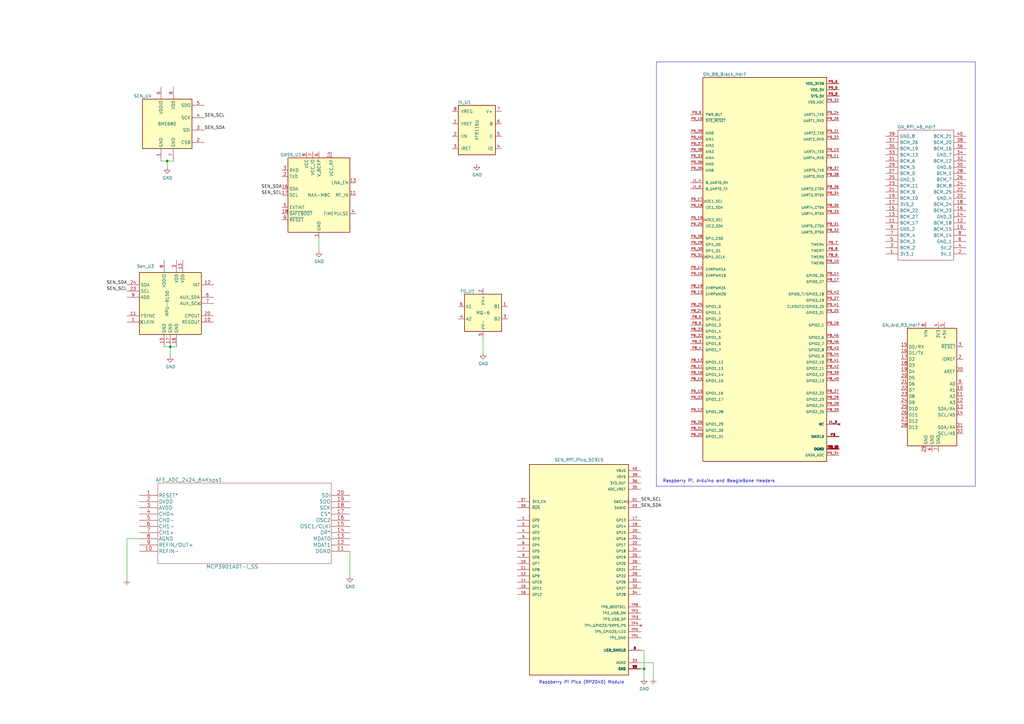
<source format=kicad_sch>
(kicad_sch (version 20230121) (generator eeschema)
  (paper "A3")
  (lib_symbols
    (symbol "FPGAs-Ard_RPi_BB-rescue:BEAGLEBONEBLACK-BEAGLEBONEBLACK" (pin_names (offset 1.016))
      (property "Reference" "U" (at -25.4 79.375 0))
      (property "Value" "BEAGLEBONEBLACK_BEAGLEBONEBLACK" (at -25.4 -81.28 0))
      (symbol "BEAGLEBONEBLACK-BEAGLEBONEBLACK_0_0"
        (rectangle (start -25.4 -78.74) (end 25.4 78.74) (stroke (width 0.254)) (fill (type background)))
        (pin power_in line (at 30.48 -73.66 180) (length 5.08) (name "DGND") (number "J1_1"))
        (pin no_connect line (at 30.48 -63.5 180) (length 5.08) (name "NC") (number "J1_2"))
        (pin no_connect line (at 30.48 -63.5 180) (length 5.08) (name "NC") (number "J1_3"))
        (pin bidirectional line (at -30.48 35.56 0) (length 5.08) (name "B_UART0_RX") (number "J1_4"))
        (pin bidirectional line (at -30.48 33.02 0) (length 5.08) (name "B_UART0_TX") (number "J1_5"))
        (pin no_connect line (at 30.48 -63.5 180) (length 5.08) (name "NC") (number "J1_6"))
        (pin passive line (at 30.48 -68.58 180) (length 5.08) (name "SHIELD") (number "P1"))
        (pin passive line (at 30.48 -68.58 180) (length 5.08) (name "SHIELD") (number "P2"))
        (pin passive line (at 30.48 -68.58 180) (length 5.08) (name "SHIELD") (number "P3"))
        (pin passive line (at 30.48 -68.58 180) (length 5.08) (name "SHIELD") (number "P4"))
        (pin power_in line (at 30.48 -73.66 180) (length 5.08) (name "DGND") (number "P8_1"))
        (pin bidirectional line (at 30.48 2.54 180) (length 5.08) (name "TIMER6") (number "P8_10"))
        (pin bidirectional line (at -30.48 -40.64 0) (length 5.08) (name "GPIO1_13") (number "P8_11"))
        (pin bidirectional line (at -30.48 -38.1 0) (length 5.08) (name "GPIO1_12") (number "P8_12"))
        (pin bidirectional line (at -30.48 -10.16 0) (length 5.08) (name "EHRPWM2B") (number "P8_13"))
        (pin bidirectional line (at 30.48 -2.54 180) (length 5.08) (name "GPIO0_26") (number "P8_14"))
        (pin bidirectional line (at -30.48 -45.72 0) (length 5.08) (name "GPIO1_15") (number "P8_15"))
        (pin bidirectional line (at -30.48 -43.18 0) (length 5.08) (name "GPIO1_14") (number "P8_16"))
        (pin bidirectional line (at 30.48 -5.08 180) (length 5.08) (name "GPIO0_27") (number "P8_17"))
        (pin bidirectional line (at 30.48 -22.86 180) (length 5.08) (name "GPIO2_1") (number "P8_18"))
        (pin bidirectional line (at -30.48 -7.62 0) (length 5.08) (name "EHRPWM2A") (number "P8_19"))
        (pin power_in line (at 30.48 -73.66 180) (length 5.08) (name "DGND") (number "P8_2"))
        (pin bidirectional line (at -30.48 -68.58 0) (length 5.08) (name "GPIO1_31") (number "P8_20"))
        (pin bidirectional line (at -30.48 -66.04 0) (length 5.08) (name "GPIO1_30") (number "P8_21"))
        (pin bidirectional line (at -30.48 -27.94 0) (length 5.08) (name "GPIO1_5") (number "P8_22"))
        (pin bidirectional line (at -30.48 -25.4 0) (length 5.08) (name "GPIO1_4") (number "P8_23"))
        (pin bidirectional line (at -30.48 -17.78 0) (length 5.08) (name "GPIO1_1") (number "P8_24"))
        (pin bidirectional line (at -30.48 -15.24 0) (length 5.08) (name "GPIO1_0") (number "P8_25"))
        (pin bidirectional line (at -30.48 -63.5 0) (length 5.08) (name "GPIO1_29") (number "P8_26"))
        (pin bidirectional line (at 30.48 -50.8 180) (length 5.08) (name "GPIO2_22") (number "P8_27"))
        (pin bidirectional line (at 30.48 -55.88 180) (length 5.08) (name "GPIO2_24") (number "P8_28"))
        (pin bidirectional line (at 30.48 -53.34 180) (length 5.08) (name "GPIO2_23") (number "P8_29"))
        (pin bidirectional line (at -30.48 -30.48 0) (length 5.08) (name "GPIO1_6") (number "P8_3"))
        (pin bidirectional line (at 30.48 -58.42 180) (length 5.08) (name "GPIO2_25") (number "P8_30"))
        (pin bidirectional line (at 30.48 17.78 180) (length 5.08) (name "UART5_CTSN") (number "P8_31"))
        (pin bidirectional line (at 30.48 15.24 180) (length 5.08) (name "UART5_RTSN") (number "P8_32"))
        (pin bidirectional line (at 30.48 22.86 180) (length 5.08) (name "UART4_RTSN") (number "P8_33"))
        (pin bidirectional line (at 30.48 30.48 180) (length 5.08) (name "UART3_RTSN") (number "P8_34"))
        (pin bidirectional line (at 30.48 25.4 180) (length 5.08) (name "UART4_CTSN") (number "P8_35"))
        (pin bidirectional line (at 30.48 33.02 180) (length 5.08) (name "UART3_CTSN") (number "P8_36"))
        (pin bidirectional line (at 30.48 40.64 180) (length 5.08) (name "UART5_TXD") (number "P8_37"))
        (pin bidirectional line (at 30.48 38.1 180) (length 5.08) (name "UART5_RXD") (number "P8_38"))
        (pin bidirectional line (at 30.48 -43.18 180) (length 5.08) (name "GPIO2_12") (number "P8_39"))
        (pin bidirectional line (at -30.48 -33.02 0) (length 5.08) (name "GPIO1_7") (number "P8_4"))
        (pin bidirectional line (at 30.48 -45.72 180) (length 5.08) (name "GPIO2_13") (number "P8_40"))
        (pin bidirectional line (at 30.48 -38.1 180) (length 5.08) (name "GPIO2_10") (number "P8_41"))
        (pin bidirectional line (at 30.48 -40.64 180) (length 5.08) (name "GPIO2_11") (number "P8_42"))
        (pin bidirectional line (at 30.48 -33.02 180) (length 5.08) (name "GPIO2_8") (number "P8_43"))
        (pin bidirectional line (at 30.48 -35.56 180) (length 5.08) (name "GPIO2_9") (number "P8_44"))
        (pin bidirectional line (at 30.48 -27.94 180) (length 5.08) (name "GPIO2_6") (number "P8_45"))
        (pin bidirectional line (at 30.48 -30.48 180) (length 5.08) (name "GPIO2_7") (number "P8_46"))
        (pin bidirectional line (at -30.48 -20.32 0) (length 5.08) (name "GPIO1_2") (number "P8_5"))
        (pin bidirectional line (at -30.48 -22.86 0) (length 5.08) (name "GPIO1_3") (number "P8_6"))
        (pin bidirectional line (at 30.48 10.16 180) (length 5.08) (name "TIMER4") (number "P8_7"))
        (pin bidirectional line (at 30.48 7.62 180) (length 5.08) (name "TIMER7") (number "P8_8"))
        (pin bidirectional line (at 30.48 5.08 180) (length 5.08) (name "TIMER5") (number "P8_9"))
        (pin power_in line (at 30.48 -73.66 180) (length 5.08) (name "DGND") (number "P9_1"))
        (pin input line (at -30.48 60.96 0) (length 5.08) (name "~{SYS_RESET}") (number "P9_10"))
        (pin bidirectional line (at 30.48 45.72 180) (length 5.08) (name "UART4_RXD") (number "P9_11"))
        (pin bidirectional line (at -30.48 -58.42 0) (length 5.08) (name "GPIO1_28") (number "P9_12"))
        (pin bidirectional line (at 30.48 48.26 180) (length 5.08) (name "UART4_TXD") (number "P9_13"))
        (pin bidirectional line (at -30.48 0 0) (length 5.08) (name "EHRPWM1A") (number "P9_14"))
        (pin bidirectional line (at -30.48 -50.8 0) (length 5.08) (name "GPIO1_16") (number "P9_15"))
        (pin bidirectional line (at -30.48 -2.54 0) (length 5.08) (name "EHRPWM1B") (number "P9_16"))
        (pin bidirectional clock (at -30.48 27.94 0) (length 5.08) (name "I2C1_SCL") (number "P9_17"))
        (pin bidirectional line (at -30.48 25.4 0) (length 5.08) (name "I2C1_SDA") (number "P9_18"))
        (pin bidirectional clock (at -30.48 20.32 0) (length 5.08) (name "I2C2_SCL") (number "P9_19"))
        (pin power_in line (at 30.48 -73.66 180) (length 5.08) (name "DGND") (number "P9_2"))
        (pin bidirectional line (at -30.48 17.78 0) (length 5.08) (name "I2C2_SDA") (number "P9_20"))
        (pin bidirectional line (at 30.48 55.88 180) (length 5.08) (name "UART2_TXD") (number "P9_21"))
        (pin bidirectional line (at 30.48 53.34 180) (length 5.08) (name "UART2_RXD") (number "P9_22"))
        (pin bidirectional line (at -30.48 -53.34 0) (length 5.08) (name "GPIO1_17") (number "P9_23"))
        (pin bidirectional line (at 30.48 63.5 180) (length 5.08) (name "UART1_TXD") (number "P9_24"))
        (pin bidirectional line (at 30.48 -17.78 180) (length 5.08) (name "GPIO3_21") (number "P9_25"))
        (pin bidirectional line (at 30.48 60.96 180) (length 5.08) (name "UART1_RXD") (number "P9_26"))
        (pin bidirectional line (at 30.48 -12.7 180) (length 5.08) (name "GPIO3_19") (number "P9_27"))
        (pin bidirectional line (at -30.48 12.7 0) (length 5.08) (name "SPI1_CS0") (number "P9_28"))
        (pin bidirectional line (at -30.48 10.16 0) (length 5.08) (name "SPI1_D0") (number "P9_29"))
        (pin power_in line (at 30.48 76.2 180) (length 5.08) (name "VDD_3V3B") (number "P9_3"))
        (pin bidirectional line (at -30.48 7.62 0) (length 5.08) (name "SPI1_D1") (number "P9_30"))
        (pin bidirectional clock (at -30.48 5.08 0) (length 5.08) (name "SPI1_SCLK") (number "P9_31"))
        (pin power_in line (at 30.48 68.58 180) (length 5.08) (name "VDD_ADC") (number "P9_32"))
        (pin input line (at -30.48 45.72 0) (length 5.08) (name "AIN4") (number "P9_33"))
        (pin power_in line (at 30.48 -76.2 180) (length 5.08) (name "GNDA_ADC") (number "P9_34"))
        (pin input line (at -30.48 40.64 0) (length 5.08) (name "AIN6") (number "P9_35"))
        (pin input line (at -30.48 43.18 0) (length 5.08) (name "AIN5") (number "P9_36"))
        (pin input line (at -30.48 50.8 0) (length 5.08) (name "AIN2") (number "P9_37"))
        (pin input line (at -30.48 48.26 0) (length 5.08) (name "AIN3") (number "P9_38"))
        (pin input line (at -30.48 55.88 0) (length 5.08) (name "AIN0") (number "P9_39"))
        (pin power_in line (at 30.48 76.2 180) (length 5.08) (name "VDD_3V3B") (number "P9_4"))
        (pin input line (at -30.48 53.34 0) (length 5.08) (name "AIN1") (number "P9_40"))
        (pin bidirectional line (at 30.48 -15.24 180) (length 5.08) (name "CLKOUT2/GPIO3_20") (number "P9_41"))
        (pin bidirectional line (at 30.48 -10.16 180) (length 5.08) (name "GPIO0_7/GPIO3_18") (number "P9_42"))
        (pin power_in line (at 30.48 -73.66 180) (length 5.08) (name "DGND") (number "P9_43"))
        (pin power_in line (at 30.48 -73.66 180) (length 5.08) (name "DGND") (number "P9_44"))
        (pin power_in line (at 30.48 -73.66 180) (length 5.08) (name "DGND") (number "P9_45"))
        (pin power_in line (at 30.48 -73.66 180) (length 5.08) (name "DGND") (number "P9_46"))
        (pin power_in line (at 30.48 73.66 180) (length 5.08) (name "VDD_5V") (number "P9_5"))
        (pin power_in line (at 30.48 73.66 180) (length 5.08) (name "VDD_5V") (number "P9_6"))
        (pin power_in line (at 30.48 71.12 180) (length 5.08) (name "SYS_5V") (number "P9_7"))
        (pin power_in line (at 30.48 71.12 180) (length 5.08) (name "SYS_5V") (number "P9_8"))
        (pin input line (at -30.48 63.5 0) (length 5.08) (name "PWR_BUT") (number "P9_9"))
      )
    )
    (symbol "FPGAs-Ard_RPi_BB-rescue:MPU-9150-Sensor_Motion"
      (property "Reference" "U" (at -11.43 13.97 0))
      (property "Value" "Sensor_Motion_MPU-9150" (at 8.89 -13.97 0))
      (symbol "MPU-9150-Sensor_Motion_0_1"
        (rectangle (start -12.7 12.7) (end 12.7 -12.7) (stroke (width 0.254)) (fill (type background)))
      )
      (symbol "MPU-9150-Sensor_Motion_1_1"
        (pin input clock (at -17.78 -7.62 0) (length 5.08) (name "CLKIN") (number "1"))
        (pin passive line (at 17.78 -7.62 180) (length 5.08) (name "REGOUT") (number "10"))
        (pin input line (at -17.78 -5.08 0) (length 5.08) (name "FSYNC") (number "11"))
        (pin output line (at 17.78 7.62 180) (length 5.08) (name "INT") (number "12"))
        (pin power_in line (at 5.08 17.78 270) (length 5.08) (name "VDD") (number "13"))
        (pin power_in line (at -2.54 -17.78 90) (length 5.08) (name "GND") (number "15"))
        (pin power_in line (at 0 -17.78 90) (length 5.08) (name "GND") (number "17"))
        (pin power_in line (at 2.54 -17.78 90) (length 5.08) (name "GND") (number "18"))
        (pin passive line (at 17.78 -5.08 180) (length 5.08) (name "CPOUT") (number "20"))
        (pin input line (at -17.78 5.08 0) (length 5.08) (name "SCL") (number "23"))
        (pin bidirectional line (at -17.78 7.62 0) (length 5.08) (name "SDA") (number "24"))
        (pin power_in line (at 2.54 17.78 270) (length 5.08) (name "VDD") (number "3"))
        (pin bidirectional line (at 17.78 2.54 180) (length 5.08) (name "AUX_SDA") (number "6"))
        (pin output clock (at 17.78 0 180) (length 5.08) (name "AUX_SCL") (number "7"))
        (pin power_in line (at -2.54 17.78 270) (length 5.08) (name "VDDIO") (number "8"))
        (pin input line (at -17.78 2.54 0) (length 5.08) (name "AD0") (number "9"))
      )
    )
    (symbol "FPGAs-Ard_RPi_BB-rescue:RASPBERRY_PI_4B_+_Samtec_ESP-120-33-G-D-RASPBERRY_PI_4B_+_Samtec_ESP-1" (pin_names (offset 0.762))
      (property "Reference" "J" (at 29.21 7.62 0))
      (property "Value" "RASPBERRY_PI_4B_+_Samtec_ESP-1_RASPBERRY_PI_4B_+_Samtec_ESP-120-33-G-D" (at 29.21 5.08 0))
      (symbol "RASPBERRY_PI_4B_+_Samtec_ESP-120-33-G-D-RASPBERRY_PI_4B_+_Samtec_ESP-1_0_0"
        (pin power_in line (at 0 -48.26 0) (length 5.08) (name "3V3_1") (number "1"))
        (pin passive line (at 33.02 -38.1 180) (length 5.08) (name "BCM_15") (number "10"))
        (pin passive line (at 0 -35.56 0) (length 5.08) (name "BCM_17") (number "11"))
        (pin passive line (at 33.02 -35.56 180) (length 5.08) (name "BCM_18") (number "12"))
        (pin passive line (at 0 -33.02 0) (length 5.08) (name "BCM_27") (number "13"))
        (pin power_in line (at 33.02 -33.02 180) (length 5.08) (name "GND_3") (number "14"))
        (pin passive line (at 0 -30.48 0) (length 5.08) (name "BCM_22") (number "15"))
        (pin passive line (at 33.02 -30.48 180) (length 5.08) (name "BCM_23") (number "16"))
        (pin power_in line (at 0 -27.94 0) (length 5.08) (name "3V3_2") (number "17"))
        (pin passive line (at 33.02 -27.94 180) (length 5.08) (name "BCM_24") (number "18"))
        (pin passive line (at 0 -25.4 0) (length 5.08) (name "BCM_10") (number "19"))
        (pin power_in line (at 33.02 -48.26 180) (length 5.08) (name "5V_1") (number "2"))
        (pin power_in line (at 33.02 -25.4 180) (length 5.08) (name "GND_4") (number "20"))
        (pin passive line (at 0 -22.86 0) (length 5.08) (name "BCM_9") (number "21"))
        (pin passive line (at 33.02 -22.86 180) (length 5.08) (name "BCM_25") (number "22"))
        (pin passive line (at 0 -20.32 0) (length 5.08) (name "BCM_11") (number "23"))
        (pin passive line (at 33.02 -20.32 180) (length 5.08) (name "BCM_8") (number "24"))
        (pin power_in line (at 0 -17.78 0) (length 5.08) (name "GND_5") (number "25"))
        (pin passive line (at 33.02 -17.78 180) (length 5.08) (name "BCM_7") (number "26"))
        (pin passive line (at 0 -15.24 0) (length 5.08) (name "BCM_0") (number "27"))
        (pin passive line (at 33.02 -15.24 180) (length 5.08) (name "BCM_1") (number "28"))
        (pin passive line (at 0 -12.7 0) (length 5.08) (name "BCM_5") (number "29"))
        (pin passive line (at 0 -45.72 0) (length 5.08) (name "BCM_2") (number "3"))
        (pin power_in line (at 33.02 -12.7 180) (length 5.08) (name "GND_6") (number "30"))
        (pin passive line (at 0 -10.16 0) (length 5.08) (name "BCM_6") (number "31"))
        (pin passive line (at 33.02 -10.16 180) (length 5.08) (name "BCM_12") (number "32"))
        (pin passive line (at 0 -7.62 0) (length 5.08) (name "BCM_13") (number "33"))
        (pin power_in line (at 33.02 -7.62 180) (length 5.08) (name "GND_7") (number "34"))
        (pin passive line (at 0 -5.08 0) (length 5.08) (name "BCM_19") (number "35"))
        (pin passive line (at 33.02 -5.08 180) (length 5.08) (name "BCM_16") (number "36"))
        (pin passive line (at 0 -2.54 0) (length 5.08) (name "BCM_26") (number "37"))
        (pin passive line (at 33.02 -2.54 180) (length 5.08) (name "BCM_20") (number "38"))
        (pin power_in line (at 0 0 0) (length 5.08) (name "GND_8") (number "39"))
        (pin power_in line (at 33.02 -45.72 180) (length 5.08) (name "5V_2") (number "4"))
        (pin passive line (at 33.02 0 180) (length 5.08) (name "BCM_21") (number "40"))
        (pin passive line (at 0 -43.18 0) (length 5.08) (name "BCM_3") (number "5"))
        (pin power_in line (at 33.02 -43.18 180) (length 5.08) (name "GND_1") (number "6"))
        (pin passive line (at 0 -40.64 0) (length 5.08) (name "BCM_4") (number "7"))
        (pin passive line (at 33.02 -40.64 180) (length 5.08) (name "BCM_14") (number "8"))
        (pin power_in line (at 0 -38.1 0) (length 5.08) (name "GND_2") (number "9"))
      )
      (symbol "RASPBERRY_PI_4B_+_Samtec_ESP-120-33-G-D-RASPBERRY_PI_4B_+_Samtec_ESP-1_0_1"
        (polyline (pts (xy 5.08 2.54) (xy 27.94 2.54) (xy 27.94 -50.8) (xy 5.08 -50.8) (xy 5.08 2.54)) (stroke (width 0.1524)))
      )
    )
    (symbol "FPGAs-Ard_RPi_BB-rescue:SC0915-SC0915" (pin_names (offset 1.016))
      (property "Reference" "U" (at -20.32 44.069 0))
      (property "Value" "SC0915_SC0915" (at -20.32 -45.72 0))
      (symbol "SC0915-SC0915_0_0"
        (rectangle (start -20.32 -43.18) (end 20.32 43.18) (stroke (width 0.254)) (fill (type background)))
        (pin bidirectional line (at -25.4 20.32 0) (length 5.08) (name "GP0") (number "1"))
        (pin bidirectional line (at -25.4 2.54 0) (length 5.08) (name "GP7") (number "10"))
        (pin bidirectional line (at -25.4 0 0) (length 5.08) (name "GP8") (number "11"))
        (pin bidirectional line (at -25.4 -2.54 0) (length 5.08) (name "GP9") (number "12"))
        (pin power_in line (at 25.4 -40.64 180) (length 5.08) (name "GND") (number "13"))
        (pin bidirectional line (at -25.4 -5.08 0) (length 5.08) (name "GP10") (number "14"))
        (pin bidirectional line (at -25.4 -7.62 0) (length 5.08) (name "GP11") (number "15"))
        (pin bidirectional line (at -25.4 -10.16 0) (length 5.08) (name "GP12") (number "16"))
        (pin bidirectional line (at 25.4 20.32 180) (length 5.08) (name "GP13") (number "17"))
        (pin power_in line (at 25.4 -40.64 180) (length 5.08) (name "GND") (number "18"))
        (pin bidirectional line (at 25.4 17.78 180) (length 5.08) (name "GP14") (number "19"))
        (pin bidirectional line (at -25.4 17.78 0) (length 5.08) (name "GP1") (number "2"))
        (pin bidirectional line (at 25.4 15.24 180) (length 5.08) (name "GP15") (number "20"))
        (pin bidirectional line (at 25.4 12.7 180) (length 5.08) (name "GP16") (number "21"))
        (pin bidirectional line (at 25.4 10.16 180) (length 5.08) (name "GP17") (number "22"))
        (pin power_in line (at 25.4 -40.64 180) (length 5.08) (name "GND") (number "23"))
        (pin bidirectional line (at 25.4 7.62 180) (length 5.08) (name "GP18") (number "24"))
        (pin bidirectional line (at 25.4 5.08 180) (length 5.08) (name "GP19") (number "25"))
        (pin bidirectional line (at 25.4 2.54 180) (length 5.08) (name "GP20") (number "26"))
        (pin bidirectional line (at 25.4 0 180) (length 5.08) (name "GP21") (number "27"))
        (pin power_in line (at 25.4 -40.64 180) (length 5.08) (name "GND") (number "28"))
        (pin bidirectional line (at 25.4 -2.54 180) (length 5.08) (name "GP22") (number "29"))
        (pin power_in line (at 25.4 -40.64 180) (length 5.08) (name "GND") (number "3"))
        (pin input line (at -25.4 25.4 0) (length 5.08) (name "~{RUN}") (number "30"))
        (pin bidirectional line (at 25.4 -5.08 180) (length 5.08) (name "GP26") (number "31"))
        (pin bidirectional line (at 25.4 -7.62 180) (length 5.08) (name "GP27") (number "32"))
        (pin power_in line (at 25.4 -38.1 180) (length 5.08) (name "AGND") (number "33"))
        (pin bidirectional line (at 25.4 -10.16 180) (length 5.08) (name "GP28") (number "34"))
        (pin power_in line (at 25.4 33.02 180) (length 5.08) (name "ADC_VREF") (number "35"))
        (pin power_in line (at 25.4 35.56 180) (length 5.08) (name "3V3_OUT") (number "36"))
        (pin input line (at -25.4 27.94 0) (length 5.08) (name "3V3_EN") (number "37"))
        (pin power_in line (at 25.4 -40.64 180) (length 5.08) (name "GND") (number "38"))
        (pin power_in line (at 25.4 38.1 180) (length 5.08) (name "VSYS") (number "39"))
        (pin bidirectional line (at -25.4 15.24 0) (length 5.08) (name "GP2") (number "4"))
        (pin power_in line (at 25.4 40.64 180) (length 5.08) (name "VBUS") (number "40"))
        (pin bidirectional line (at -25.4 12.7 0) (length 5.08) (name "GP3") (number "5"))
        (pin bidirectional line (at -25.4 10.16 0) (length 5.08) (name "GP4") (number "6"))
        (pin bidirectional line (at -25.4 7.62 0) (length 5.08) (name "GP5") (number "7"))
        (pin power_in line (at 25.4 -40.64 180) (length 5.08) (name "GND") (number "8"))
        (pin bidirectional line (at -25.4 5.08 0) (length 5.08) (name "GP6") (number "9"))
        (pin power_in line (at 25.4 -33.02 180) (length 5.08) (name "USB_SHIELD") (number "A"))
        (pin power_in line (at 25.4 -33.02 180) (length 5.08) (name "USB_SHIELD") (number "B"))
        (pin power_in line (at 25.4 -33.02 180) (length 5.08) (name "USB_SHIELD") (number "C"))
        (pin power_in line (at 25.4 -33.02 180) (length 5.08) (name "USB_SHIELD") (number "D"))
        (pin input clock (at 25.4 27.94 180) (length 5.08) (name "SWCLK") (number "D1"))
        (pin power_in line (at 25.4 -40.64 180) (length 5.08) (name "GND") (number "D2"))
        (pin bidirectional line (at 25.4 25.4 180) (length 5.08) (name "SWDIO") (number "D3"))
        (pin power_in line (at 25.4 -27.94 180) (length 5.08) (name "TP1_GND") (number "TP1"))
        (pin bidirectional line (at 25.4 -17.78 180) (length 5.08) (name "TP2_USB_DM") (number "TP2"))
        (pin bidirectional line (at 25.4 -20.32 180) (length 5.08) (name "TP3_USB_DP") (number "TP3"))
        (pin no_connect line (at 25.4 -22.86 180) (length 5.08) (name "TP4_GPIO23/SMPS_PS") (number "TP4"))
        (pin output line (at 25.4 -25.4 180) (length 5.08) (name "TP5_GPIO25/LED") (number "TP5"))
        (pin input line (at 25.4 -15.24 180) (length 5.08) (name "TP6_BOOTSEL") (number "TP6"))
      )
    )
    (symbol "Interface_CurrentLoop:XTR116U" (pin_names (offset 1.016))
      (property "Reference" "U" (at -7.62 13.97 0))
      (property "Value" "XTR116U" (at 1.27 13.97 0))
      (symbol "XTR116U_0_1"
        (rectangle (start -7.62 12.7) (end 7.62 -7.62) (stroke (width 0.254)) (fill (type background)))
      )
      (symbol "XTR116U_1_1"
        (pin output line (at -10.16 5.08 0) (length 2.54) (name "VREF") (number "1"))
        (pin input line (at -10.16 0 0) (length 2.54) (name "IIN") (number "2"))
        (pin input line (at -10.16 -5.08 0) (length 2.54) (name "IRET") (number "3"))
        (pin passive line (at 10.16 -5.08 180) (length 2.54) (name "IO") (number "4"))
        (pin passive line (at 10.16 0 180) (length 2.54) (name "E") (number "5"))
        (pin output line (at 10.16 5.08 180) (length 2.54) (name "B") (number "6"))
        (pin output line (at 10.16 10.16 180) (length 2.54) (name "V+") (number "7"))
        (pin output line (at -10.16 10.16 0) (length 2.54) (name "VREG") (number "8"))
      )
    )
    (symbol "MCU_Module:Arduino_UNO_R3"
      (property "Reference" "A" (at -10.16 23.495 0))
      (property "Value" "Arduino_UNO_R3" (at 5.08 -26.67 0))
      (symbol "Arduino_UNO_R3_0_1"
        (rectangle (start -10.16 22.86) (end 10.16 -25.4) (stroke (width 0.254)) (fill (type background)))
      )
      (symbol "Arduino_UNO_R3_1_1"
        (pin no_connect line (at -10.16 -20.32 0) (length 2.54) hide (name "NC") (number "1"))
        (pin bidirectional line (at 12.7 -2.54 180) (length 2.54) (name "A1") (number "10"))
        (pin bidirectional line (at 12.7 -5.08 180) (length 2.54) (name "A2") (number "11"))
        (pin bidirectional line (at 12.7 -7.62 180) (length 2.54) (name "A3") (number "12"))
        (pin bidirectional line (at 12.7 -10.16 180) (length 2.54) (name "SDA/A4") (number "13"))
        (pin bidirectional line (at 12.7 -12.7 180) (length 2.54) (name "SCL/A5") (number "14"))
        (pin bidirectional line (at -12.7 15.24 0) (length 2.54) (name "D0/RX") (number "15"))
        (pin bidirectional line (at -12.7 12.7 0) (length 2.54) (name "D1/TX") (number "16"))
        (pin bidirectional line (at -12.7 10.16 0) (length 2.54) (name "D2") (number "17"))
        (pin bidirectional line (at -12.7 7.62 0) (length 2.54) (name "D3") (number "18"))
        (pin bidirectional line (at -12.7 5.08 0) (length 2.54) (name "D4") (number "19"))
        (pin output line (at 12.7 10.16 180) (length 2.54) (name "IOREF") (number "2"))
        (pin bidirectional line (at -12.7 2.54 0) (length 2.54) (name "D5") (number "20"))
        (pin bidirectional line (at -12.7 0 0) (length 2.54) (name "D6") (number "21"))
        (pin bidirectional line (at -12.7 -2.54 0) (length 2.54) (name "D7") (number "22"))
        (pin bidirectional line (at -12.7 -5.08 0) (length 2.54) (name "D8") (number "23"))
        (pin bidirectional line (at -12.7 -7.62 0) (length 2.54) (name "D9") (number "24"))
        (pin bidirectional line (at -12.7 -10.16 0) (length 2.54) (name "D10") (number "25"))
        (pin bidirectional line (at -12.7 -12.7 0) (length 2.54) (name "D11") (number "26"))
        (pin bidirectional line (at -12.7 -15.24 0) (length 2.54) (name "D12") (number "27"))
        (pin bidirectional line (at -12.7 -17.78 0) (length 2.54) (name "D13") (number "28"))
        (pin power_in line (at -2.54 -27.94 90) (length 2.54) (name "GND") (number "29"))
        (pin input line (at 12.7 15.24 180) (length 2.54) (name "~{RESET}") (number "3"))
        (pin input line (at 12.7 5.08 180) (length 2.54) (name "AREF") (number "30"))
        (pin bidirectional line (at 12.7 -17.78 180) (length 2.54) (name "SDA/A4") (number "31"))
        (pin bidirectional line (at 12.7 -20.32 180) (length 2.54) (name "SCL/A5") (number "32"))
        (pin power_out line (at 2.54 25.4 270) (length 2.54) (name "3V3") (number "4"))
        (pin power_out line (at 5.08 25.4 270) (length 2.54) (name "+5V") (number "5"))
        (pin power_in line (at 0 -27.94 90) (length 2.54) (name "GND") (number "6"))
        (pin power_in line (at 2.54 -27.94 90) (length 2.54) (name "GND") (number "7"))
        (pin power_in line (at -2.54 25.4 270) (length 2.54) (name "VIN") (number "8"))
        (pin bidirectional line (at 12.7 0 180) (length 2.54) (name "A0") (number "9"))
      )
    )
    (symbol "RF_GPS:MAX-M8C"
      (property "Reference" "U" (at -10.16 16.51 0))
      (property "Value" "MAX-M8C" (at 11.43 16.51 0))
      (symbol "MAX-M8C_0_1"
        (rectangle (start 12.7 15.24) (end -12.7 -15.24) (stroke (width 0.254)) (fill (type background)))
      )
      (symbol "MAX-M8C_1_1"
        (pin power_in line (at 0 -17.78 90) (length 2.54) (name "GND") (number "1"))
        (pin passive line (at 0 -17.78 90) (length 2.54) hide (name "GND") (number "10"))
        (pin input line (at 15.24 0 180) (length 2.54) (name "RF_IN") (number "11"))
        (pin passive line (at 0 -17.78 90) (length 2.54) hide (name "GND") (number "12"))
        (pin output line (at 15.24 5.08 180) (length 2.54) (name "LNA_EN") (number "13"))
        (pin power_out line (at 5.08 17.78 270) (length 2.54) (name "VCC_RF") (number "14"))
        (pin no_connect line (at 12.7 -5.08 180) (length 2.54) hide (name "Reserved") (number "15"))
        (pin bidirectional line (at -15.24 2.54 0) (length 2.54) (name "SDA") (number "16"))
        (pin input line (at -15.24 0 0) (length 2.54) (name "SCL") (number "17"))
        (pin input line (at -15.24 -7.62 0) (length 2.54) (name "~{SAFEBOOT}") (number "18"))
        (pin output line (at -15.24 7.62 0) (length 2.54) (name "TXD") (number "2"))
        (pin input line (at -15.24 10.16 0) (length 2.54) (name "RXD") (number "3"))
        (pin output line (at 15.24 -7.62 180) (length 2.54) (name "TIMEPULSE") (number "4"))
        (pin input line (at -15.24 -5.08 0) (length 2.54) (name "EXTINT") (number "5"))
        (pin power_in line (at 0 17.78 270) (length 2.54) (name "V_BCKP") (number "6"))
        (pin power_in line (at -2.54 17.78 270) (length 2.54) (name "VCC_IO") (number "7"))
        (pin power_in line (at -5.08 17.78 270) (length 2.54) (name "VCC") (number "8"))
        (pin input line (at -15.24 -10.16 0) (length 2.54) (name "~{RESET}") (number "9"))
      )
    )
    (symbol "Sensor:BME680"
      (property "Reference" "U" (at -8.89 11.43 0))
      (property "Value" "BME680" (at 7.62 11.43 0))
      (symbol "BME680_0_1"
        (rectangle (start -10.16 10.16) (end 10.16 -10.16) (stroke (width 0.254)) (fill (type background)))
      )
      (symbol "BME680_1_1"
        (pin power_in line (at -2.54 -15.24 90) (length 5.08) (name "GND") (number "1"))
        (pin input line (at 15.24 -7.62 180) (length 5.08) (name "CSB") (number "2"))
        (pin bidirectional line (at 15.24 -2.54 180) (length 5.08) (name "SDI") (number "3"))
        (pin input line (at 15.24 2.54 180) (length 5.08) (name "SCK") (number "4"))
        (pin bidirectional line (at 15.24 7.62 180) (length 5.08) (name "SDO") (number "5"))
        (pin power_in line (at -2.54 15.24 270) (length 5.08) (name "VDDIO") (number "6"))
        (pin power_in line (at 2.54 -15.24 90) (length 5.08) (name "GND") (number "7"))
        (pin power_in line (at 2.54 15.24 270) (length 5.08) (name "VDD") (number "8"))
      )
    )
    (symbol "Sensor_Gas:MQ-6"
      (property "Reference" "U" (at -6.35 8.89 0))
      (property "Value" "MQ-6" (at 3.81 8.89 0))
      (symbol "MQ-6_0_1"
        (rectangle (start -7.62 7.62) (end 7.62 -7.62) (stroke (width 0.254)) (fill (type background)))
      )
      (symbol "MQ-6_1_1"
        (pin passive line (at 10.16 2.54 180) (length 2.54) (name "B1") (number "1"))
        (pin power_in line (at 0 10.16 270) (length 2.54) (name "VH+") (number "2"))
        (pin passive line (at 10.16 -2.54 180) (length 2.54) (name "B2") (number "3"))
        (pin passive line (at -10.16 -2.54 0) (length 2.54) (name "A2") (number "4"))
        (pin power_in line (at 0 -10.16 90) (length 2.54) (name "VH-") (number "5"))
        (pin passive line (at -10.16 2.54 0) (length 2.54) (name "A1") (number "6"))
      )
    )
    (symbol "power:Earth" (power) (pin_names (offset 0))
      (symbol "Earth_0_1"
        (polyline (pts (xy -0.635 -1.905) (xy 0.635 -1.905)))
        (polyline (pts (xy -0.127 -2.54) (xy 0.127 -2.54)))
        (polyline (pts (xy 0 -1.27) (xy 0 0)))
        (polyline (pts (xy 1.27 -1.27) (xy -1.27 -1.27)))
      )
      (symbol "Earth_1_1"
        (pin power_in line (at 0 0 270) (length 0) hide (name "Earth") (number "1"))
      )
    )
    (symbol "power:GND" (power) (pin_names (offset 0))
      (property "Value" "GND" (at 0 -3.81 0))
      (symbol "GND_0_1"
        (polyline (pts (xy 0 0) (xy 0 -1.27) (xy 1.27 -1.27) (xy 0 -2.54) (xy -1.27 -1.27) (xy 0 -1.27)))
      )
      (symbol "GND_1_1"
        (pin power_in line (at 0 0 270) (length 0) hide (name "GND") (number "1"))
      )
    )
    (symbol "ul_MCP3901A0T-I-SS:MCP3901A0T-I_SS" (pin_names (offset 0.254))
      (property "Reference" "U" (at 43.18 10.16 0))
      (property "Value" "MCP3901A0T-I_SS" (at 43.18 7.62 0))
      (symbol "MCP3901A0T-I_SS_1_1"
        (polyline (pts (xy 7.62 -27.94) (xy 78.74 -27.94)) (stroke (width 0.127)))
        (polyline (pts (xy 7.62 5.08) (xy 7.62 -27.94)) (stroke (width 0.127)))
        (polyline (pts (xy 78.74 -27.94) (xy 78.74 5.08)) (stroke (width 0.127)))
        (polyline (pts (xy 78.74 5.08) (xy 7.62 5.08)) (stroke (width 0.127)))
        (pin input line (at 0 0 0) (length 7.62) (name "RESET*") (number "1"))
        (pin input line (at 0 -22.86 0) (length 7.62) (name "REFIN-") (number "10"))
        (pin power_in line (at 86.36 -22.86 180) (length 7.62) (name "DGND") (number "11"))
        (pin output line (at 86.36 -20.32 180) (length 7.62) (name "MDAT1") (number "12"))
        (pin output line (at 86.36 -17.78 180) (length 7.62) (name "MDAT0") (number "13"))
        (pin output line (at 86.36 -15.24 180) (length 7.62) (name "DR*") (number "14"))
        (pin input line (at 86.36 -12.7 180) (length 7.62) (name "OSC1/CLKI") (number "15"))
        (pin input line (at 86.36 -10.16 180) (length 7.62) (name "OSC2") (number "16"))
        (pin input line (at 86.36 -7.62 180) (length 7.62) (name "CS*") (number "17"))
        (pin input line (at 86.36 -5.08 180) (length 7.62) (name "SCK") (number "18"))
        (pin output line (at 86.36 -2.54 180) (length 7.62) (name "SDO") (number "19"))
        (pin power_in line (at 0 -2.54 0) (length 7.62) (name "DVDD") (number "2"))
        (pin input line (at 86.36 0 180) (length 7.62) (name "SDI") (number "20"))
        (pin power_in line (at 0 -5.08 0) (length 7.62) (name "AVDD") (number "3"))
        (pin input line (at 0 -7.62 0) (length 7.62) (name "CH0+") (number "4"))
        (pin input line (at 0 -10.16 0) (length 7.62) (name "CH0-") (number "5"))
        (pin input line (at 0 -12.7 0) (length 7.62) (name "CH1-") (number "6"))
        (pin input line (at 0 -15.24 0) (length 7.62) (name "CH1+") (number "7"))
        (pin power_in line (at 0 -17.78 0) (length 7.62) (name "AGND") (number "8"))
        (pin bidirectional line (at 0 -20.32 0) (length 7.62) (name "REFIN/OUT+") (number "9"))
      )
    )
  )
  (junction (at 68.58 66.04))
  (junction (at 264.16 274.32))
  (junction (at 69.85 142.24))
  (wire (pts (xy 264.16 266.7) (xy 264.16 274.32)))
  (wire (pts (xy 198.12 138.43) (xy 198.12 144.78)))
  (wire (pts (xy 262.89 266.7) (xy 264.16 266.7)))
  (wire (pts (xy 262.89 274.32) (xy 264.16 274.32)))
  (wire (pts (xy 68.58 68.58) (xy 68.58 66.04)))
  (wire (pts (xy 57.15 220.98) (xy 52.07 220.98)))
  (wire (pts (xy 262.89 271.78) (xy 267.97 271.78)))
  (wire (pts (xy 68.58 66.04) (xy 71.12 66.04)))
  (polyline (pts (xy 269.24 25.4) (xy 400.05 25.4)))
  (wire (pts (xy 130.81 97.79) (xy 130.81 102.87)))
  (wire (pts (xy 66.04 66.04) (xy 68.58 66.04)))
  (wire (pts (xy 52.07 220.98) (xy 52.07 237.49)))
  (wire (pts (xy 69.85 142.24) (xy 69.85 146.05)))
  (wire (pts (xy 69.85 142.24) (xy 72.39 142.24)))
  (wire (pts (xy 143.51 226.06) (xy 143.51 236.22)))
  (polyline (pts (xy 400.05 25.4) (xy 400.05 199.39)))
  (wire (pts (xy 67.31 142.24) (xy 69.85 142.24)))
  (polyline (pts (xy 400.05 199.39) (xy 269.24 199.39)))
  (polyline (pts (xy 269.24 199.39) (xy 269.24 25.4)))
  (wire (pts (xy 267.97 271.78) (xy 267.97 278.13)))
  (wire (pts (xy 264.16 274.32) (xy 264.16 278.13)))
  (text "Raspberry Pi, Arduino and BeagleBone Headers" (at 271.78 198.12 0) (effects (font (size 1.27 1.27)) (justify left bottom)))
  (text "Raspberry Pi Pico (RP2040) Module\n" (at 220.98 280.67 0) (effects (font (size 1.27 1.27)) (justify left bottom)))
  (label "SEN_SCL" (at 83.82 48.26 0))
  (label "SEN_SDA" (at 52.07 116.84 180))
  (label "SEN_SCL" (at 115.57 80.01 180))
  (label "SEN_SDA" (at 262.89 208.28 0))
  (label "SEN_SCL" (at 262.89 205.74 0))
  (label "SEN_SCL" (at 52.07 119.38 180))
  (label "SEN_SDA" (at 115.57 77.47 180))
  (label "SEN_SDA" (at 83.82 53.34 0))
  (symbol (lib_id "Sensor:BME680") (at 68.58 50.8 0) (unit 1)
    (property "Reference" "SEN_U4" (at 62.23 39.37 0) (effects (justify right)))
    (property "Value" "BME680" (at 72.39 50.8 0) (effects (justify right)))
    (property "Footprint" "Package_LGA:Bosch_LGA-8_3x3mm_P0.8mm_ClockwisePinNumbering" (effects hide))
    (property "Datasheet" "https://ae-bst.resource.bosch.com/media/_tech/media/datasheets/BST-BME680-DS001.pdf" (effects hide))
  )
  (symbol (lib_id "FPGAs-Ard_RPi_BB-rescue:MPU-9150-Sensor_Motion") (at 69.85 124.46 0) (unit 1)
    (property "Reference" "Sen_U3" (at 59.69 109.22 0))
    (property "Value" "MPU-9150" (at 68.58 124.46 90))
    (property "Footprint" "Sensor_Motion:InvenSense_QFN-24_4x4mm_P0.5mm" (effects hide))
    (property "Datasheet" "https://www.invensense.com/wp-content/uploads/2015/02/MPU-9150-Datasheet.pdf" (effects hide))
  )
  (symbol (lib_id "MCU_Module:Arduino_UNO_R3") (at 382.27 157.48 0) (unit 1)
    (property "Reference" "GN_Ard_R3_Hdr?" (at 369.57 133.35 0))
    (property "Value" "Arduino_UNO_R3" (effects hide))
    (property "Footprint" "Module:Arduino_UNO_R3" (effects hide))
    (property "Datasheet" "https://www.arduino.cc/en/Main/arduinoBoardUno" (effects hide))
    (instances (project "FPGAs-Ard_RPi_BB" (path "" (reference "GN_Ard_R3_Hdr?") (unit 1)) (path "" (reference "GN_Ard_R3_Hdr?") (unit 1)) (path "" (reference "GN_Ard_R3_Hdr?") (unit 1)) (path "" (reference "SEN_Ard_R3_Hdr1") (unit 1)) (path "" (reference "GN_Ard_R3_Hdr?") (unit 1))))
  )
  (symbol (lib_id "FPGAs-Ard_RPi_BB-rescue:RASPBERRY_PI_4B_+_Samtec_ESP-120-33-G-D-RASPBERRY_PI_4B_+_Samtec_ESP-1") (at 363.22 55.88 0) (unit 1)
    (property "Reference" "GN_RPi_4B_Hdr?" (at 375.92 52.07 0))
    (property "Value" "RASPBERRY_PI_4B_+_Samtec_ESP-120-33-G-D" (effects hide))
    (property "Footprint" "RASPBERRY_PI_4B_+_Samtec_ESP-1:RASPBERRYPI4B4GB" (effects hide))
    (property "Datasheet" "https://www.raspberrypi.org/documentation/hardware/raspberrypi/mechanical/rpi_MECH_4b_4p0.pdf" (effects hide))
    (property "Description" "RASPBERRY PI 4 MODEL B with Samtec ESP-120-33-G-D connector drawn from underneath for use as a plug in module." (effects hide))
    (property "Height" "24.3" (effects hide))
    (property "Manufacturer_Name" "RASPBERRY-PI" (effects hide))
    (property "Manufacturer_Part_Number" "RASPBERRY PI 4B + Samtec ESP-120-33-G-D" (effects hide))
    (instances (project "FPGAs-Ard_RPi_BB" (path "" (reference "GN_RPi_4B_Hdr?") (unit 1)) (path "" (reference "GN_RPi_4B_Hdr?") (unit 1)) (path "" (reference "GN_RPi_4B_Hdr?") (unit 1)) (path "" (reference "SEN_RPi_4B_Hdr1") (unit 1)) (path "" (reference "GN_RPi_4B_Hdr?") (unit 1))))
  )
  (symbol (lib_id "FPGAs-Ard_RPi_BB-rescue:BEAGLEBONEBLACK-BEAGLEBONEBLACK") (at 313.69 110.49 0) (unit 1)
    (property "Reference" "GN_BB_Black_Hdr?" (at 297.18 30.48 0))
    (property "Value" "BEAGLEBONEBLACK" (effects hide))
    (property "Footprint" "BEAGLEBONEBLACK:MODULE_BEAGLEBONEBLACK" (effects hide))
    (property "MANUFACTURER" "Bearings Limited" (effects hide))
    (property "MAXIMUM_PACKAGE_HEIGHT" "4.76 mm" (effects hide))
    (property "PARTREV" "C" (effects hide))
    (property "STANDARD" "Manufacturer Recommendations" (effects hide))
    (instances (project "FPGAs-Ard_RPi_BB" (path "" (reference "GN_BB_Black_Hdr?") (unit 1)) (path "" (reference "GN_BB_Black_Hdr?") (unit 1)) (path "" (reference "GN_BB_Black_Hdr?") (unit 1)) (path "" (reference "SEN_BB_Black_Hdr1") (unit 1)) (path "" (reference "GN_BB_Black_Hdr?") (unit 1))))
  )
  (symbol (lib_id "ul_MCP3901A0T-I-SS:MCP3901A0T-I_SS") (at 57.15 203.2 0) (unit 1)
    (property "Reference" "AFE_ADC_2x24_64Ksps1" (at 77.47 196.85 0) (effects (font (size 1.524 1.524))))
    (property "Value" "MCP3901A0T-I_SS" (at 95.25 232.41 0) (effects (font (size 1.524 1.524))))
    (property "Footprint" "Package_SO:SSOP-20_5.3x7.2mm_P0.65mm" (effects hide))
  )
  (symbol (lib_id "Interface_CurrentLoop:XTR116U") (at 195.58 55.88 0) (unit 1)
    (property "Reference" "IV_U1" (at 190.5 41.91 0))
    (property "Value" "XTR116U" (at 195.58 53.34 90))
    (property "Footprint" "Package_SO:SOIC-8_3.9x4.9mm_P1.27mm" (effects hide))
    (property "Datasheet" "http://www.ti.com/lit/ds/symlink/xtr115.pdf" (effects hide))
  )
  (symbol (lib_id "Sensor_Gas:MQ-6") (at 198.12 128.27 0) (unit 1)
    (property "Reference" "FG_U1" (at 191.77 119.38 0))
    (property "Value" "MQ-6" (at 198.12 128.27 0))
    (property "Footprint" "Sensor:MQ-6" (effects hide))
    (property "Datasheet" "https://www.winsen-sensor.com/d/files/semiconductor/mq-6.pdf" (effects hide))
  )
  (symbol (lib_id "RF_GPS:MAX-M8C") (at 130.81 80.01 0) (unit 1)
    (property "Reference" "GNSS_U1" (at 119.38 63.5 0))
    (property "Value" "MAX-M8C" (at 130.81 80.01 0))
    (property "Footprint" "RF_GPS:ublox_MAX" (effects hide))
    (property "Datasheet" "https://www.u-blox.com/sites/default/files/MAX-M8-FW3_DataSheet_%28UBX-15031506%29.pdf" (effects hide))
  )
  (symbol (lib_id "FPGAs-Ard_RPi_BB-rescue:SC0915-SC0915") (at 237.49 233.68 0) (unit 1)
    (property "Reference" "SEN_RPi_Pico_SC915" (at 237.49 188.595 0))
    (property "Value" "SC0915" (effects hide))
    (property "Footprint" "SnapEDA Library:MODULE_SC0915" (effects hide))
    (property "MANUFACTURER" "Raspberry Pi" (effects hide))
    (property "MAXIMUM_PACKAGE_HEIGHT" "3.73mm" (effects hide))
    (property "PARTREV" "1.6" (effects hide))
    (property "STANDARD" "Manufacturer Recommendations" (effects hide))
    (instances (project "FPGAs-Ard_RPi_BB" (path "" (reference "SEN_RPi_Pico_SC915") (unit 1)) (path "" (reference "RP2040_Mod_SC?") (unit 1))))
  )
  (symbol (lib_id "power:GND") (at 69.85 146.05 0) (unit 1)
    (property "Reference" "#PWR0105" (effects hide))
    (property "Value" "GND" (at 69.977 150.4442 0))
  )
  (symbol (lib_id "power:GND") (at 198.12 144.78 0) (unit 1)
    (property "Reference" "#PWR0106" (effects hide))
    (property "Value" "GND" (at 198.247 149.1742 0))
  )
  (symbol (lib_id "power:GND") (at 68.58 68.58 0) (unit 1)
    (property "Reference" "#PWR0107" (effects hide))
    (property "Value" "GND" (at 68.707 72.9742 0))
  )
  (symbol (lib_id "power:GND") (at 195.58 67.31 0) (unit 1)
    (property "Reference" "#PWR0108" (effects hide))
    (property "Value" "GND" (at 195.707 71.7042 0))
  )
  (symbol (lib_id "power:GND") (at 130.81 102.87 0) (unit 1)
    (property "Reference" "#PWR0109" (effects hide))
    (property "Value" "GND" (at 130.937 107.2642 0))
  )
  (symbol (lib_id "power:GND") (at 143.51 236.22 0) (unit 1)
    (property "Reference" "#PWR0110" (effects hide))
    (property "Value" "GND" (at 143.637 240.6142 0))
  )
  (symbol (lib_id "power:Earth") (at 52.07 237.49 0) (unit 1)
    (property "Reference" "#PWR0111" (effects hide))
    (property "Value" "Earth" (effects hide))
  )
  (symbol (lib_id "power:Earth") (at 267.97 278.13 0) (unit 1)
    (property "Reference" "#PWR0112" (effects hide))
    (property "Value" "Earth" (effects hide))
  )
  (symbol (lib_id "power:GND") (at 264.16 278.13 0) (unit 1)
    (property "Reference" "#PWR0113" (effects hide))
    (property "Value" "GND" (at 264.287 282.5242 0))
  )
)
</source>
